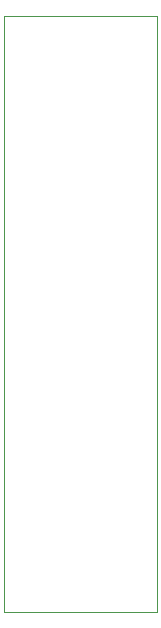
<source format=gbr>
%TF.GenerationSoftware,KiCad,Pcbnew,7.0.9*%
%TF.CreationDate,2024-01-21T19:13:07+01:00*%
%TF.ProjectId,rev-1-fix,7265762d-312d-4666-9978-2e6b69636164,rev?*%
%TF.SameCoordinates,Original*%
%TF.FileFunction,Profile,NP*%
%FSLAX46Y46*%
G04 Gerber Fmt 4.6, Leading zero omitted, Abs format (unit mm)*
G04 Created by KiCad (PCBNEW 7.0.9) date 2024-01-21 19:13:07*
%MOMM*%
%LPD*%
G01*
G04 APERTURE LIST*
%TA.AperFunction,Profile*%
%ADD10C,0.100000*%
%TD*%
G04 APERTURE END LIST*
D10*
X110508500Y-88420000D02*
X123411500Y-88420000D01*
X123411500Y-138950000D01*
X110508500Y-138950000D01*
X110508500Y-88420000D01*
M02*

</source>
